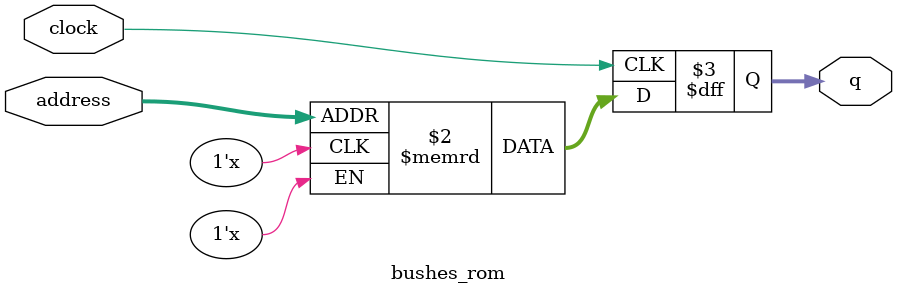
<source format=sv>
module bushes_rom (
	input logic clock,
	input logic [11:0] address,
	output logic [3:0] q
);

logic [3:0] memory [0:2303] /* synthesis ram_init_file = "./bushes/bushes.mif" */;

always_ff @ (posedge clock) begin
	q <= memory[address];
end

endmodule

</source>
